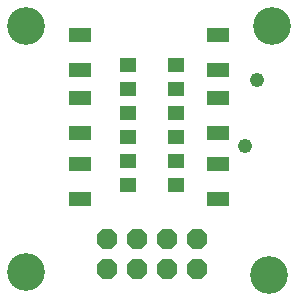
<source format=gbr>
G04 EAGLE Gerber X2 export*
%TF.Part,Single*%
%TF.FileFunction,Soldermask,Top,1*%
%TF.FilePolarity,Negative*%
%TF.GenerationSoftware,Autodesk,EAGLE,9.1.2*%
%TF.CreationDate,2020-01-29T09:54:46Z*%
G75*
%MOMM*%
%FSLAX34Y34*%
%LPD*%
%AMOC8*
5,1,8,0,0,1.08239X$1,22.5*%
G01*
%ADD10C,3.203200*%
%ADD11R,1.403200X1.303200*%
%ADD12R,1.973200X1.253200*%
%ADD13P,1.869504X8X22.500000*%
%ADD14C,1.209600*%


D10*
X22860Y22860D03*
X228600Y20320D03*
X231140Y231140D03*
X22860Y231140D03*
D11*
X149860Y177460D03*
X149860Y198460D03*
X149860Y136820D03*
X149860Y157820D03*
X149860Y96180D03*
X149860Y117180D03*
X109220Y177460D03*
X109220Y198460D03*
X109220Y136820D03*
X109220Y157820D03*
X109220Y96180D03*
X109220Y117180D03*
D12*
X185420Y193430D03*
X185420Y223130D03*
X185420Y140090D03*
X185420Y169790D03*
X185420Y84210D03*
X185420Y113910D03*
X68580Y193430D03*
X68580Y223130D03*
X68580Y140090D03*
X68580Y169790D03*
X68580Y84210D03*
X68580Y113910D03*
D13*
X91440Y25400D03*
X116840Y25400D03*
X142240Y25400D03*
X167640Y25400D03*
X91440Y50800D03*
X116840Y50800D03*
X142240Y50800D03*
X167640Y50800D03*
D14*
X218440Y185420D03*
X208280Y129540D03*
M02*

</source>
